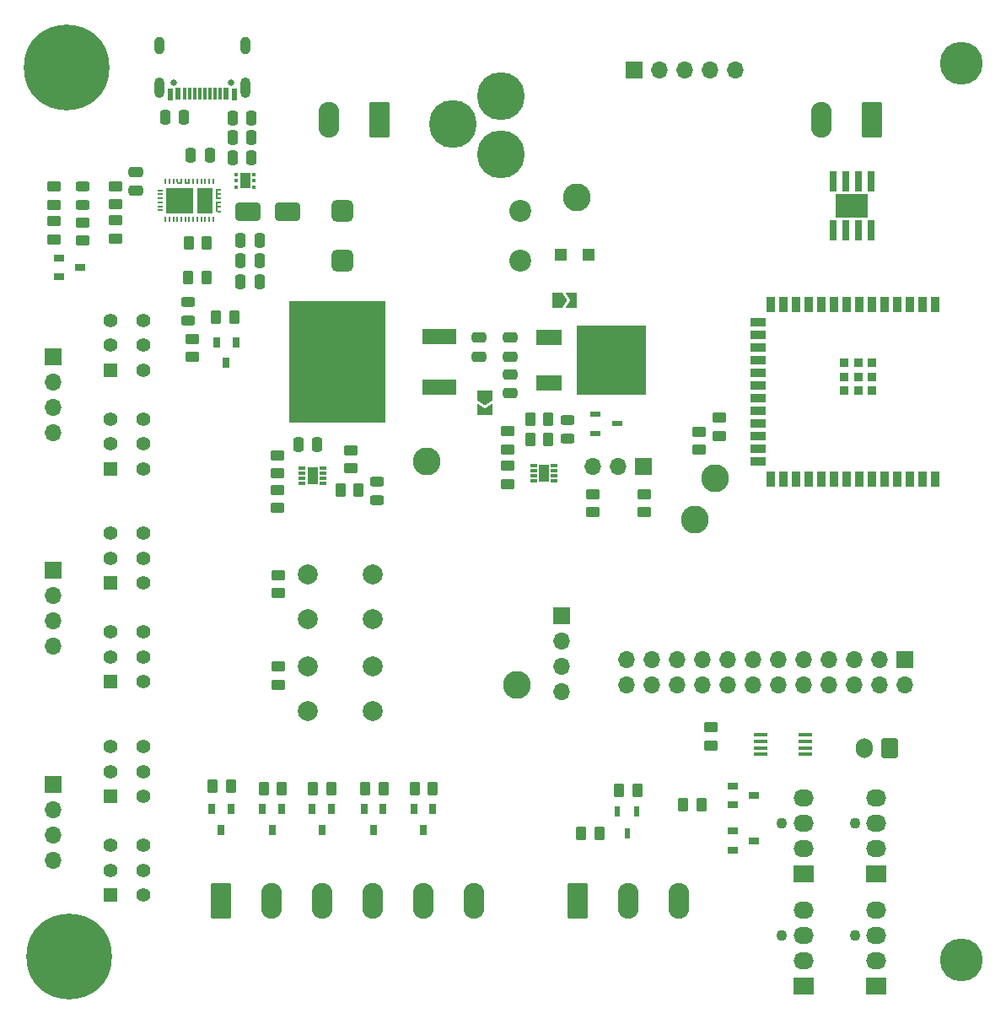
<source format=gts>
G04 #@! TF.GenerationSoftware,KiCad,Pcbnew,7.0.10*
G04 #@! TF.CreationDate,2024-05-27T00:35:45+02:00*
G04 #@! TF.ProjectId,ESPHome AIO,45535048-6f6d-4652-9041-494f2e6b6963,rev?*
G04 #@! TF.SameCoordinates,Original*
G04 #@! TF.FileFunction,Soldermask,Top*
G04 #@! TF.FilePolarity,Negative*
%FSLAX46Y46*%
G04 Gerber Fmt 4.6, Leading zero omitted, Abs format (unit mm)*
G04 Created by KiCad (PCBNEW 7.0.10) date 2024-05-27 00:35:45*
%MOMM*%
%LPD*%
G01*
G04 APERTURE LIST*
G04 Aperture macros list*
%AMRoundRect*
0 Rectangle with rounded corners*
0 $1 Rounding radius*
0 $2 $3 $4 $5 $6 $7 $8 $9 X,Y pos of 4 corners*
0 Add a 4 corners polygon primitive as box body*
4,1,4,$2,$3,$4,$5,$6,$7,$8,$9,$2,$3,0*
0 Add four circle primitives for the rounded corners*
1,1,$1+$1,$2,$3*
1,1,$1+$1,$4,$5*
1,1,$1+$1,$6,$7*
1,1,$1+$1,$8,$9*
0 Add four rect primitives between the rounded corners*
20,1,$1+$1,$2,$3,$4,$5,0*
20,1,$1+$1,$4,$5,$6,$7,0*
20,1,$1+$1,$6,$7,$8,$9,0*
20,1,$1+$1,$8,$9,$2,$3,0*%
%AMFreePoly0*
4,1,6,1.000000,0.000000,0.500000,-0.750000,-0.500000,-0.750000,-0.500000,0.750000,0.500000,0.750000,1.000000,0.000000,1.000000,0.000000,$1*%
%AMFreePoly1*
4,1,6,0.500000,-0.750000,-0.650000,-0.750000,-0.150000,0.000000,-0.650000,0.750000,0.500000,0.750000,0.500000,-0.750000,0.500000,-0.750000,$1*%
G04 Aperture macros list end*
%ADD10R,0.600000X1.050000*%
%ADD11C,0.650000*%
%ADD12R,0.600000X1.165000*%
%ADD13R,0.600000X1.185000*%
%ADD14R,0.300000X1.240000*%
%ADD15O,1.000000X2.100000*%
%ADD16O,1.000000X1.800000*%
%ADD17RoundRect,0.250000X-0.262500X-0.450000X0.262500X-0.450000X0.262500X0.450000X-0.262500X0.450000X0*%
%ADD18RoundRect,0.250000X-0.450000X0.262500X-0.450000X-0.262500X0.450000X-0.262500X0.450000X0.262500X0*%
%ADD19RoundRect,0.250000X0.450000X-0.262500X0.450000X0.262500X-0.450000X0.262500X-0.450000X-0.262500X0*%
%ADD20RoundRect,0.250000X0.262500X0.450000X-0.262500X0.450000X-0.262500X-0.450000X0.262500X-0.450000X0*%
%ADD21R,1.700000X1.700000*%
%ADD22O,1.700000X1.700000*%
%ADD23FreePoly0,270.000000*%
%ADD24FreePoly1,270.000000*%
%ADD25R,0.700000X0.300000*%
%ADD26R,1.000000X1.700000*%
%ADD27R,1.050000X0.600000*%
%ADD28RoundRect,0.243750X-0.456250X0.243750X-0.456250X-0.243750X0.456250X-0.243750X0.456250X0.243750X0*%
%ADD29RoundRect,0.243750X0.456250X-0.243750X0.456250X0.243750X-0.456250X0.243750X-0.456250X-0.243750X0*%
%ADD30R,0.650000X1.100000*%
%ADD31RoundRect,0.250000X-0.250000X-0.475000X0.250000X-0.475000X0.250000X0.475000X-0.250000X0.475000X0*%
%ADD32R,1.400000X1.400000*%
%ADD33C,1.400000*%
%ADD34C,1.100000*%
%ADD35R,2.030000X1.730000*%
%ADD36O,2.030000X1.730000*%
%ADD37RoundRect,0.250000X0.475000X-0.250000X0.475000X0.250000X-0.475000X0.250000X-0.475000X-0.250000X0*%
%ADD38R,0.550000X0.200000*%
%ADD39R,0.200000X0.550000*%
%ADD40R,0.350000X0.200000*%
%ADD41R,0.200000X0.350000*%
%ADD42R,2.720000X2.650000*%
%ADD43R,1.530000X2.650000*%
%ADD44R,0.200000X1.100000*%
%ADD45R,0.600000X0.200000*%
%ADD46R,0.650000X2.000000*%
%ADD47R,3.200000X2.390000*%
%ADD48C,2.800000*%
%ADD49RoundRect,0.250000X1.000000X0.650000X-1.000000X0.650000X-1.000000X-0.650000X1.000000X-0.650000X0*%
%ADD50RoundRect,0.093750X0.093750X0.106250X-0.093750X0.106250X-0.093750X-0.106250X0.093750X-0.106250X0*%
%ADD51R,1.000000X1.600000*%
%ADD52FreePoly0,0.000000*%
%ADD53FreePoly1,0.000000*%
%ADD54R,1.100000X0.650000*%
%ADD55C,4.300000*%
%ADD56RoundRect,0.249999X0.790001X1.550001X-0.790001X1.550001X-0.790001X-1.550001X0.790001X-1.550001X0*%
%ADD57O,2.080000X3.600000*%
%ADD58C,2.000000*%
%ADD59RoundRect,0.550000X-0.550000X-0.550000X0.550000X-0.550000X0.550000X0.550000X-0.550000X0.550000X0*%
%ADD60C,2.200000*%
%ADD61RoundRect,0.250000X-0.475000X0.250000X-0.475000X-0.250000X0.475000X-0.250000X0.475000X0.250000X0*%
%ADD62R,3.500000X1.600000*%
%ADD63R,9.750000X12.200000*%
%ADD64C,4.800000*%
%ADD65R,0.900000X0.900000*%
%ADD66R,0.900000X1.500000*%
%ADD67R,1.500000X0.900000*%
%ADD68C,8.600000*%
%ADD69R,1.450000X0.450000*%
%ADD70RoundRect,0.250000X0.250000X0.475000X-0.250000X0.475000X-0.250000X-0.475000X0.250000X-0.475000X0*%
%ADD71RoundRect,0.250000X0.600000X0.750000X-0.600000X0.750000X-0.600000X-0.750000X0.600000X-0.750000X0*%
%ADD72O,1.700000X2.000000*%
%ADD73RoundRect,0.249999X-0.790001X-1.550001X0.790001X-1.550001X0.790001X1.550001X-0.790001X1.550001X0*%
%ADD74R,1.200000X1.200000*%
%ADD75R,2.500000X1.500000*%
%ADD76R,7.000000X7.000000*%
G04 APERTURE END LIST*
D10*
X152300000Y-120800000D03*
X150400000Y-120800000D03*
X151350000Y-123000000D03*
D11*
X111590000Y-47655000D03*
X105810000Y-47655000D03*
D12*
X111900000Y-48812500D03*
D13*
X111100000Y-48802500D03*
D14*
X109950000Y-48775000D03*
X108950000Y-48775000D03*
X108450000Y-48775000D03*
X107450000Y-48775000D03*
D13*
X106300000Y-48802500D03*
D12*
X105500000Y-48812500D03*
X105500000Y-48812500D03*
D13*
X106300000Y-48802500D03*
D14*
X106950000Y-48775000D03*
X107950000Y-48775000D03*
X109450000Y-48775000D03*
X110450000Y-48775000D03*
D13*
X111100000Y-48802500D03*
D12*
X111900000Y-48812500D03*
D15*
X113020000Y-48175000D03*
D16*
X113020000Y-43975000D03*
D15*
X104380000Y-48175000D03*
D16*
X104380000Y-43975000D03*
D17*
X122562500Y-88550000D03*
X124387500Y-88550000D03*
D18*
X116275000Y-88537500D03*
X116275000Y-90362500D03*
X116275000Y-85062500D03*
X116275000Y-86887500D03*
D19*
X123625000Y-86362500D03*
X123625000Y-84537500D03*
D18*
X147900000Y-88937500D03*
X147900000Y-90762500D03*
D20*
X143462500Y-83437500D03*
X141637500Y-83437500D03*
D17*
X141637500Y-81437500D03*
X143462500Y-81437500D03*
D18*
X153100000Y-88937500D03*
X153100000Y-90762500D03*
X139375000Y-82637500D03*
X139375000Y-84462500D03*
X139375000Y-86137500D03*
X139375000Y-87962500D03*
D21*
X153030000Y-86150000D03*
D22*
X150490000Y-86150000D03*
X147950000Y-86150000D03*
D23*
X137050000Y-79075000D03*
D24*
X137050000Y-80525000D03*
D25*
X118725000Y-86362500D03*
X118725000Y-86862500D03*
X118725000Y-87362500D03*
X118725000Y-87862500D03*
X120825000Y-87862500D03*
X120825000Y-87362500D03*
X120825000Y-86862500D03*
X120825000Y-86362500D03*
D26*
X119775000Y-87112500D03*
D25*
X141950000Y-86112500D03*
X141950000Y-86612500D03*
X141950000Y-87112500D03*
X141950000Y-87612500D03*
X144050000Y-87612500D03*
X144050000Y-87112500D03*
X144050000Y-86612500D03*
X144050000Y-86112500D03*
D26*
X143000000Y-86862500D03*
D27*
X148200000Y-80950000D03*
X148200000Y-82850000D03*
X150400000Y-81900000D03*
D28*
X126250000Y-87712500D03*
X126250000Y-89587500D03*
D29*
X145400000Y-83375000D03*
X145400000Y-81500000D03*
D17*
X156987500Y-120100000D03*
X158812500Y-120100000D03*
D18*
X116350000Y-106287500D03*
X116350000Y-108112500D03*
X100000000Y-58037500D03*
X100000000Y-59862500D03*
D30*
X126860000Y-120600000D03*
X124940000Y-120600000D03*
X125900000Y-122700000D03*
D21*
X152060000Y-46400000D03*
D22*
X154600000Y-46400000D03*
X157140000Y-46400000D03*
X159680000Y-46400000D03*
X162220000Y-46400000D03*
D21*
X179220000Y-105560000D03*
D22*
X179220000Y-108100000D03*
X176680000Y-105560000D03*
X176680000Y-108100000D03*
X174140000Y-105560000D03*
X174140000Y-108100000D03*
X171600000Y-105560000D03*
X171600000Y-108100000D03*
X169060000Y-105560000D03*
X169060000Y-108100000D03*
X166520000Y-105560000D03*
X166520000Y-108100000D03*
X163980000Y-105560000D03*
X163980000Y-108100000D03*
X161440000Y-105560000D03*
X161440000Y-108100000D03*
X158900000Y-105560000D03*
X158900000Y-108100000D03*
X156360000Y-105560000D03*
X156360000Y-108100000D03*
X153820000Y-105560000D03*
X153820000Y-108100000D03*
X151280000Y-105560000D03*
X151280000Y-108100000D03*
D17*
X110087500Y-71200000D03*
X111912500Y-71200000D03*
D18*
X158600000Y-82687500D03*
X158600000Y-84512500D03*
D31*
X107550000Y-54900000D03*
X109450000Y-54900000D03*
D32*
X99500000Y-119300000D03*
D33*
X99500000Y-116800000D03*
X99500000Y-114300000D03*
X102800000Y-119300000D03*
X102800000Y-116800000D03*
X102800000Y-114300000D03*
D34*
X174215000Y-121995000D03*
D35*
X176375000Y-127075000D03*
D36*
X176375000Y-124535000D03*
X176375000Y-121995000D03*
X176375000Y-119455000D03*
D37*
X139600000Y-78850000D03*
X139600000Y-76950000D03*
X102050000Y-58500000D03*
X102050000Y-56600000D03*
D36*
X176375000Y-130755000D03*
X176375000Y-133295000D03*
X176375000Y-135835000D03*
D35*
X176375000Y-138375000D03*
D34*
X174215000Y-133295000D03*
D38*
X104475000Y-58475000D03*
X104475000Y-58875000D03*
X104475000Y-59275000D03*
X104475000Y-59675000D03*
X104475000Y-60075000D03*
X104475000Y-60475000D03*
D39*
X105000000Y-61400000D03*
X105400000Y-61400000D03*
X105800000Y-61400000D03*
X106200000Y-61400000D03*
X106600000Y-61400000D03*
X107000000Y-61400000D03*
X107400000Y-61400000D03*
X107800000Y-61400000D03*
X108200000Y-61400000D03*
X108600000Y-61400000D03*
X109000000Y-61400000D03*
X109400000Y-61400000D03*
X109800000Y-61400000D03*
D40*
X110425000Y-60575000D03*
X110425000Y-60125000D03*
X110425000Y-59675000D03*
X110425000Y-59275000D03*
X110425000Y-58825000D03*
X110425000Y-58375000D03*
D39*
X109800000Y-57550000D03*
X109400000Y-57550000D03*
X109000000Y-57550000D03*
X108600000Y-57550000D03*
X108200000Y-57550000D03*
X107800000Y-57550000D03*
D41*
X107399000Y-57450000D03*
X106999000Y-57450000D03*
X106599000Y-57450000D03*
X106199000Y-57450000D03*
D39*
X105800000Y-57550000D03*
X105400000Y-57550000D03*
X105000000Y-57550000D03*
D42*
X106435000Y-59475000D03*
D43*
X108960000Y-59475000D03*
D44*
X110149000Y-60125000D03*
X110150000Y-58825000D03*
D45*
X107199000Y-57725000D03*
X106399000Y-57725000D03*
D46*
X172035000Y-62475000D03*
X173305000Y-62475000D03*
X174575000Y-62475000D03*
X175845000Y-62475000D03*
X175845000Y-57525000D03*
X174575000Y-57525000D03*
X173305000Y-57525000D03*
X172035000Y-57525000D03*
D47*
X173940000Y-60000000D03*
D48*
X140300000Y-108100000D03*
D18*
X160600000Y-81287500D03*
X160600000Y-83112500D03*
D49*
X117300000Y-60650000D03*
X113300000Y-60650000D03*
D50*
X113887500Y-58150000D03*
X113887500Y-57500000D03*
X113887500Y-56850000D03*
X112112500Y-56850000D03*
X112112500Y-57500000D03*
X112112500Y-58150000D03*
D51*
X113000000Y-57500000D03*
D21*
X93700000Y-96600000D03*
D22*
X93700000Y-99140000D03*
X93700000Y-101680000D03*
X93700000Y-104220000D03*
D18*
X107700000Y-73387500D03*
X107700000Y-75212500D03*
D52*
X144350000Y-69500000D03*
D53*
X145800000Y-69500000D03*
D32*
X99500000Y-97900000D03*
D33*
X99500000Y-95400000D03*
X99500000Y-92900000D03*
X102800000Y-97900000D03*
X102800000Y-95400000D03*
X102800000Y-92900000D03*
D18*
X100000000Y-61487500D03*
X100000000Y-63312500D03*
D31*
X111750000Y-53200000D03*
X113650000Y-53200000D03*
D17*
X109727500Y-118300000D03*
X111552500Y-118300000D03*
D48*
X160200000Y-87400000D03*
D54*
X94350000Y-65240000D03*
X94350000Y-67160000D03*
X96450000Y-66200000D03*
D17*
X119827500Y-118500000D03*
X121652500Y-118500000D03*
X146737500Y-123000000D03*
X148562500Y-123000000D03*
X130027500Y-118500000D03*
X131852500Y-118500000D03*
D31*
X118350000Y-84000000D03*
X120250000Y-84000000D03*
D32*
X99500000Y-129200000D03*
D33*
X99500000Y-126700000D03*
X99500000Y-124200000D03*
X102800000Y-129200000D03*
X102800000Y-126700000D03*
X102800000Y-124200000D03*
D55*
X184900000Y-135700000D03*
D18*
X93800000Y-61587500D03*
X93800000Y-63412500D03*
X93800000Y-58087500D03*
X93800000Y-59912500D03*
D32*
X99500000Y-86400000D03*
D33*
X99500000Y-83900000D03*
X99500000Y-81400000D03*
X102800000Y-86400000D03*
X102800000Y-83900000D03*
X102800000Y-81400000D03*
D29*
X96700000Y-59937500D03*
X96700000Y-58062500D03*
D48*
X131200000Y-85700000D03*
D56*
X175940000Y-51377500D03*
D57*
X170860000Y-51377500D03*
D56*
X126490000Y-51427500D03*
D57*
X121410000Y-51427500D03*
D54*
X162000000Y-122790000D03*
X162000000Y-124710000D03*
X164100000Y-123750000D03*
D55*
X184900000Y-45700000D03*
D32*
X99500000Y-107800000D03*
D33*
X99500000Y-105300000D03*
X99500000Y-102800000D03*
X102800000Y-107800000D03*
X102800000Y-105300000D03*
X102800000Y-102800000D03*
D54*
X162000000Y-118240000D03*
X162000000Y-120160000D03*
X164100000Y-119200000D03*
D58*
X119300000Y-97050000D03*
X125800000Y-97050000D03*
X119300000Y-101550000D03*
X125800000Y-101550000D03*
D29*
X107300000Y-71537500D03*
X107300000Y-69662500D03*
D59*
X122800000Y-60500000D03*
X122800000Y-65500000D03*
D60*
X140600000Y-60500000D03*
X140600000Y-65500000D03*
D31*
X111750000Y-55200000D03*
X113650000Y-55200000D03*
D61*
X136450000Y-73250000D03*
X136450000Y-75150000D03*
D30*
X121660000Y-120600000D03*
X119740000Y-120600000D03*
X120700000Y-122700000D03*
D62*
X132500000Y-78230000D03*
X132500000Y-73150000D03*
D63*
X122225000Y-75690000D03*
D21*
X144800000Y-101200000D03*
D22*
X144800000Y-103740000D03*
X144800000Y-106280000D03*
X144800000Y-108820000D03*
D17*
X125077500Y-118500000D03*
X126902500Y-118500000D03*
D64*
X138700000Y-54850000D03*
X138700000Y-49050000D03*
X133900000Y-51850000D03*
D21*
X93700000Y-75200000D03*
D22*
X93700000Y-77740000D03*
X93700000Y-80280000D03*
X93700000Y-82820000D03*
D58*
X119300000Y-106250000D03*
X125800000Y-106250000D03*
X119300000Y-110750000D03*
X125800000Y-110750000D03*
D65*
X175980000Y-78600000D03*
X174580000Y-78600000D03*
X173180000Y-78600000D03*
X173180000Y-77200000D03*
X173180000Y-75800000D03*
X174580000Y-75800000D03*
X175980000Y-75800000D03*
X175980000Y-77200000D03*
X174580000Y-77200000D03*
D66*
X182300000Y-87450000D03*
X181030000Y-87450000D03*
X179760000Y-87450000D03*
X178490000Y-87450000D03*
X177220000Y-87450000D03*
X175950000Y-87450000D03*
X174680000Y-87450000D03*
X173410000Y-87450000D03*
X172140000Y-87450000D03*
X170870000Y-87450000D03*
X169600000Y-87450000D03*
X168330000Y-87450000D03*
X167060000Y-87450000D03*
X165790000Y-87450000D03*
D67*
X164540000Y-85685000D03*
X164540000Y-84415000D03*
X164540000Y-83145000D03*
X164540000Y-81875000D03*
X164540000Y-80605000D03*
X164540000Y-79335000D03*
X164540000Y-78065000D03*
X164540000Y-76795000D03*
X164540000Y-75525000D03*
X164540000Y-74255000D03*
X164540000Y-72985000D03*
X164540000Y-71715000D03*
D66*
X165790000Y-69950000D03*
X167060000Y-69950000D03*
X168330000Y-69950000D03*
X169600000Y-69950000D03*
X170870000Y-69950000D03*
X172140000Y-69950000D03*
X173410000Y-69950000D03*
X174680000Y-69950000D03*
X175950000Y-69950000D03*
X177220000Y-69950000D03*
X178490000Y-69950000D03*
X179760000Y-69950000D03*
X181030000Y-69950000D03*
X182300000Y-69950000D03*
D19*
X159800000Y-114212500D03*
X159800000Y-112387500D03*
D20*
X152362500Y-118700000D03*
X150537500Y-118700000D03*
D68*
X95300000Y-135400000D03*
D34*
X166915000Y-121995000D03*
D35*
X169075000Y-127075000D03*
D36*
X169075000Y-124535000D03*
X169075000Y-121995000D03*
X169075000Y-119455000D03*
D17*
X107287500Y-67200000D03*
X109112500Y-67200000D03*
D69*
X169225000Y-115075000D03*
X169225000Y-114425000D03*
X169225000Y-113775000D03*
X169225000Y-113125000D03*
X164775000Y-113125000D03*
X164775000Y-113775000D03*
X164775000Y-114425000D03*
X164775000Y-115075000D03*
D18*
X116350000Y-97087500D03*
X116350000Y-98912500D03*
D21*
X93700000Y-118100000D03*
D22*
X93700000Y-120640000D03*
X93700000Y-123180000D03*
X93700000Y-125720000D03*
D70*
X114450000Y-65550000D03*
X112550000Y-65550000D03*
D32*
X99500000Y-76500000D03*
D33*
X99500000Y-74000000D03*
X99500000Y-71500000D03*
X102800000Y-76500000D03*
X102800000Y-74000000D03*
X102800000Y-71500000D03*
D71*
X177700000Y-114500000D03*
D72*
X175200000Y-114500000D03*
D73*
X146420000Y-129822500D03*
D57*
X151500000Y-129822500D03*
X156580000Y-129822500D03*
D30*
X116660000Y-120600000D03*
X114740000Y-120600000D03*
X115700000Y-122700000D03*
D48*
X146300000Y-59200000D03*
D73*
X110600000Y-129822500D03*
D57*
X115680000Y-129822500D03*
X120760000Y-129822500D03*
X125840000Y-129822500D03*
X130920000Y-129822500D03*
X136000000Y-129822500D03*
D68*
X95100000Y-46100000D03*
D61*
X139650000Y-73250000D03*
X139650000Y-75150000D03*
D74*
X144700000Y-64900000D03*
X147500000Y-64900000D03*
D70*
X114450000Y-67600000D03*
X112550000Y-67600000D03*
D18*
X96700000Y-61687500D03*
X96700000Y-63512500D03*
D17*
X114877500Y-118500000D03*
X116702500Y-118500000D03*
D30*
X131860000Y-120600000D03*
X129940000Y-120600000D03*
X130900000Y-122700000D03*
D70*
X106850000Y-51100000D03*
X104950000Y-51100000D03*
X114450000Y-63500000D03*
X112550000Y-63500000D03*
D48*
X158150000Y-91550000D03*
D30*
X111560000Y-120600000D03*
X109640000Y-120600000D03*
X110600000Y-122700000D03*
D17*
X107337500Y-63750000D03*
X109162500Y-63750000D03*
D75*
X143550000Y-73200000D03*
D76*
X149800000Y-75500000D03*
D75*
X143550000Y-77800000D03*
D34*
X166915000Y-133295000D03*
D35*
X169075000Y-138375000D03*
D36*
X169075000Y-135835000D03*
X169075000Y-133295000D03*
X169075000Y-130755000D03*
D30*
X112060000Y-73700000D03*
X110140000Y-73700000D03*
X111100000Y-75800000D03*
D31*
X111750000Y-51200000D03*
X113650000Y-51200000D03*
M02*

</source>
